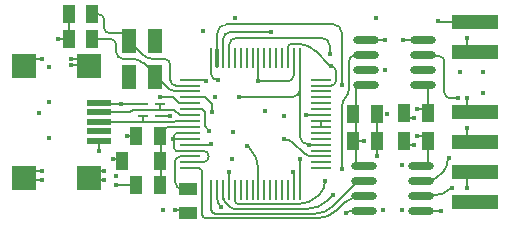
<source format=gtl>
%FSLAX25Y25*%
%MOIN*%
G70*
G01*
G75*
G04 Layer_Physical_Order=1*
G04 Layer_Color=255*
%ADD10C,0.00787*%
%ADD11R,0.03937X0.05906*%
%ADD12R,0.03543X0.00984*%
%ADD13O,0.06890X0.00787*%
%ADD14O,0.00787X0.06890*%
%ADD15O,0.01181X0.06890*%
%ADD16R,0.07874X0.01969*%
%ADD17R,0.07874X0.07874*%
%ADD18R,0.15748X0.04724*%
%ADD19O,0.08661X0.02362*%
%ADD20R,0.05906X0.03937*%
%ADD21R,0.04921X0.07874*%
%ADD22C,0.01575*%
D10*
X111402Y57633D02*
G03*
X107735Y59842I-6284J-6284D01*
G01*
X116099Y52937D02*
G03*
X116099Y52936I437J437D01*
G01*
X118130Y51161D02*
G03*
X116535Y52756I-1595J0D01*
G01*
X116555Y46260D02*
G03*
X118130Y47835I0J1575D01*
G01*
X116099Y52936D02*
G03*
X116535Y52756I436J438D01*
G01*
X107735Y59842D02*
G03*
X105118Y60236I-2617J-8493D01*
G01*
X103543D02*
G03*
X102165Y58858I0J-1378D01*
G01*
X131693Y23310D02*
G03*
X131890Y22835I672J0D01*
G01*
X107090Y24074D02*
G03*
X110561Y22638I3471J3477D01*
G01*
X123269Y4606D02*
G03*
X121653Y3937I0J-2285D01*
G01*
X104252Y26911D02*
G03*
X100787Y28346I-3464J-3464D01*
G01*
X92323Y18299D02*
G03*
X89394Y25370I-10000J0D01*
G01*
X64961Y30512D02*
G03*
X64173Y29724I0J-787D01*
G01*
X64764Y28543D02*
G03*
X64173Y28346I0J-984D01*
G01*
X75787Y22638D02*
G03*
X73819Y24606I-1969J0D01*
G01*
Y20669D02*
G03*
X75787Y22638I0J1969D01*
G01*
X64173Y25394D02*
G03*
X64961Y24606I787J0D01*
G01*
X124547Y56437D02*
G03*
X122441Y54331I0J-2106D01*
G01*
X121260Y42126D02*
G03*
X120276Y39750I2376J-2376D01*
G01*
X78543Y8757D02*
G03*
X79723Y5907I4033J0D01*
G01*
X121260Y42126D02*
G03*
X122441Y44977I-2851J2851D01*
G01*
X108456Y5118D02*
G03*
X115527Y8047I0J10000D01*
G01*
X80512Y9606D02*
G03*
X81598Y6985I3707J0D01*
G01*
X82488Y6095D02*
G03*
X84846Y5118I2358J2358D01*
G01*
X79723Y5907D02*
G03*
X79724Y5906I2853J2850D01*
G01*
X106299Y21654D02*
G03*
X106102Y21178I475J-475D01*
G01*
X107087Y24077D02*
G03*
X107090Y24074I3474J3474D01*
G01*
X53546Y56690D02*
G03*
X57345Y55118I3799J3805D01*
G01*
X62992Y53150D02*
G03*
X61024Y55118I-1969J0D01*
G01*
X62992Y48031D02*
G03*
X64764Y46260I1772J0D01*
G01*
X40945Y68110D02*
G03*
X38976Y70079I-1969J0D01*
G01*
X49213Y61024D02*
G03*
X46457Y63779I-2756J0D01*
G01*
X40945Y65354D02*
G03*
X42520Y63779I1575J0D01*
G01*
X53543Y56693D02*
G03*
X53546Y56690I3802J3802D01*
G01*
X54051Y53657D02*
G03*
X52292Y54794I-3526J-3526D01*
G01*
X62604Y45104D02*
G03*
X64567Y44291I1963J1963D01*
G01*
X44882Y59842D02*
G03*
X42913Y61811I-1969J0D01*
G01*
X52292Y54794D02*
G03*
X50525Y55118I-1768J-4663D01*
G01*
X44882Y57480D02*
G03*
X47244Y55118I2362J0D01*
G01*
X39622Y34449D02*
G03*
X39327Y34154I0J-295D01*
G01*
X150420Y9606D02*
G03*
X156693Y12205I0J8872D01*
G01*
X66339Y22638D02*
G03*
X64370Y20669I0J-1969D01*
G01*
Y14567D02*
G03*
X67520Y11417I3150J0D01*
G01*
X148071Y14606D02*
G03*
X153926Y17455I0J7441D01*
G01*
D02*
G03*
X155512Y22047I-5855J4592D01*
G01*
X154331Y43996D02*
G03*
X156299Y42028I1969J0D01*
G01*
X154331Y54331D02*
G03*
X152618Y56043I-1713J0D01*
G01*
X105307Y6693D02*
G03*
X112378Y9622I0J10000D01*
G01*
X84449Y8071D02*
G03*
X85827Y6693I1378J0D01*
G01*
X112590Y9834D02*
G03*
X114567Y14606I-4772J4772D01*
G01*
X73622Y3150D02*
G03*
X74803Y1969I1181J0D01*
G01*
X73622Y17323D02*
G03*
X72244Y18701I-1378J0D01*
G01*
X111606Y1969D02*
G03*
X118677Y4897I0J10000D01*
G01*
X121260Y7401D02*
G03*
X120472Y6693I6246J-7741D01*
G01*
X127506Y9606D02*
G03*
X121260Y7401I0J-9947D01*
G01*
X111180Y3543D02*
G03*
X116962Y5938I0J8177D01*
G01*
X76575Y4921D02*
G03*
X77953Y3543I1378J0D01*
G01*
X118294Y7270D02*
G03*
X118299Y7275I-3361J3359D01*
G01*
X127617Y14606D02*
G03*
X124225Y13201I0J-4797D01*
G01*
X52616Y12539D02*
G03*
X52163Y12992I-453J0D01*
G01*
X82677Y17323D02*
G03*
X82480Y17126I0J-197D01*
G01*
X92323Y47835D02*
G03*
X92520Y47638I197J0D01*
G01*
X101969D02*
G03*
X104134Y49803I0J2165D01*
G01*
X104331Y17323D02*
G03*
X104134Y17126I0J-197D01*
G01*
X108268Y36614D02*
G03*
X108465Y36417I197J0D01*
G01*
X81693Y66730D02*
G03*
X78543Y63580I0J-3150D01*
G01*
X120098Y63913D02*
G03*
X117282Y66730I-2817J0D01*
G01*
X85039Y62205D02*
G03*
X82480Y59646I0J-2559D01*
G01*
X116142Y59449D02*
G03*
X113386Y62205I-2756J0D01*
G01*
X83071Y64173D02*
G03*
X80512Y61614I0J-2559D01*
G01*
X76575Y50197D02*
G03*
X78740Y48031I2165J0D01*
G01*
X106102Y29528D02*
G03*
X109055Y26575I2953J0D01*
G01*
X103937Y42520D02*
G03*
X106102Y44685I0J2165D01*
G01*
X60236Y29528D02*
G03*
X59842Y29134I0J-394D01*
G01*
X62402Y32480D02*
G03*
X59449Y29528I0J-2953D01*
G01*
X128347Y61417D02*
X134646D01*
X111402Y57633D02*
X116099Y52937D01*
X116099Y52936D01*
X118130Y47835D02*
Y51161D01*
X113287Y46260D02*
X116555D01*
X103543Y60236D02*
X105118D01*
X102165Y55413D02*
Y58858D01*
X131693Y23310D02*
Y27953D01*
X104252Y26911D02*
X107087Y24077D01*
X123269Y4606D02*
X127617D01*
X110561Y22638D02*
X113287D01*
X88583Y26181D02*
X89394Y25370D01*
X92323Y11516D02*
Y18299D01*
X64961Y30512D02*
X69390D01*
X64764Y28543D02*
X69390D01*
X64173Y28346D02*
Y29724D01*
Y25394D02*
Y28346D01*
X63976D02*
X64173D01*
X69390Y24606D02*
X73819D01*
X69390Y20669D02*
X73819D01*
X64961Y24606D02*
X69390D01*
X43851Y21654D02*
X47395D01*
X124547Y56437D02*
X128347D01*
X122441Y44977D02*
Y54331D01*
X120276Y18504D02*
Y39750D01*
X78543Y8757D02*
Y11516D01*
X115527Y8047D02*
X117323Y9843D01*
X80512Y9606D02*
Y11516D01*
X84846Y5118D02*
X108456D01*
X81598Y6985D02*
X82488Y6095D01*
X106102Y11516D02*
Y21178D01*
X57345Y55118D02*
X61024D01*
X49213Y61024D02*
X53543Y56693D01*
X64764Y46260D02*
X69390D01*
X62992Y48031D02*
Y53150D01*
X40945Y65354D02*
Y68110D01*
X37008Y70079D02*
X38976D01*
X42520Y63779D02*
X46457D01*
X54051Y53657D02*
X62604Y45104D01*
X64567Y44291D02*
X69390D01*
X44882Y57480D02*
Y59842D01*
X37008Y61811D02*
X42913D01*
X47244Y55118D02*
X50525D01*
X64173Y28346D02*
X64173Y28346D01*
X64961Y30512D02*
Y30512D01*
X39622Y34449D02*
X40945D01*
X57480Y34055D02*
X64302D01*
X41339D02*
X57480D01*
X53937Y34449D02*
Y36220D01*
X40945Y34449D02*
X41339Y34055D01*
X64302D02*
X64695Y34449D01*
X69390D01*
X113287Y32480D02*
Y34449D01*
X64567Y4724D02*
X68110D01*
X48472Y29528D02*
X52015D01*
X146514Y9606D02*
X150420D01*
X140551Y61417D02*
X144095D01*
X149803Y4528D02*
X153347D01*
X145079Y29528D02*
X148622D01*
X39327Y24311D02*
Y27854D01*
X37402Y14764D02*
X40945D01*
X37402Y17717D02*
X40945D01*
X16732Y14764D02*
X20276D01*
X16732Y17717D02*
X20276D01*
X16732Y55118D02*
X20276D01*
X29921D02*
X33465D01*
X29921Y53150D02*
X33465D01*
X25591Y61811D02*
X29134D01*
X69390Y42323D02*
X74606D01*
X46457Y40157D02*
X53937D01*
X39622D02*
X46457D01*
X39327Y40453D02*
X39622Y40157D01*
X36319Y40453D02*
X39327D01*
X64251Y38189D02*
X66023Y36417D01*
X59449Y38189D02*
X64251D01*
X66023Y36417D02*
X69390D01*
X53937Y38189D02*
X59449D01*
X59449Y38189D02*
X59449Y38189D01*
X59449Y38189D02*
Y40157D01*
X50394Y38189D02*
X53937D01*
X49508Y37303D02*
X50394Y38189D01*
X39327Y37303D02*
X49508D01*
X104134Y49803D02*
Y55413D01*
X106102Y44685D02*
Y55413D01*
X66339Y22638D02*
X69390D01*
X67520Y11417D02*
X68504D01*
X64370Y14567D02*
Y20669D01*
X124803Y19606D02*
X127617D01*
X124803Y46437D02*
X128347D01*
X146514Y14606D02*
X148071D01*
X155512Y22047D02*
X155709D01*
X152026Y67402D02*
X164370D01*
X156299Y42028D02*
X158760D01*
X148031Y56043D02*
X152618D01*
X154331Y43996D02*
Y54331D01*
X146063Y56043D02*
X148031D01*
X161909Y12087D02*
Y17106D01*
X160776Y67067D02*
X161909D01*
Y67106D01*
X85827Y6693D02*
X105307D01*
X84449Y8071D02*
Y11516D01*
X112378Y9622D02*
X112590Y9834D01*
X73622Y3150D02*
Y17323D01*
X74803Y1969D02*
X111606D01*
X69390Y18701D02*
X72244D01*
X118677Y4897D02*
X120472Y6693D01*
X127506Y9606D02*
X127617D01*
X77953Y3543D02*
X111180D01*
X76575Y4921D02*
Y11516D01*
X116962Y5938D02*
X118294Y7270D01*
X117628Y6604D02*
X118299Y7275D01*
X124225Y13201D01*
X131693Y27953D02*
Y36811D01*
X123819D02*
X124803D01*
X128347Y61417D02*
Y61437D01*
X123819Y27953D02*
X124803D01*
X127559D01*
X44882Y12992D02*
X51575D01*
X82480Y11516D02*
Y17126D01*
X104134Y11516D02*
Y17126D01*
X92520Y47638D02*
X101969D01*
X92323Y47835D02*
Y55413D01*
X124803Y19606D02*
Y27953D01*
Y36811D01*
X108465Y36417D02*
X113287D01*
X124803Y36811D02*
Y46437D01*
X140748Y26575D02*
X144291D01*
X140748Y35433D02*
X144291D01*
X161909Y27106D02*
Y32126D01*
Y37106D02*
Y42126D01*
Y57106D02*
Y62126D01*
X148819Y37008D02*
Y38386D01*
X145276D02*
X148819D01*
Y19606D02*
Y27953D01*
Y38386D02*
Y46437D01*
X78543Y55413D02*
Y63580D01*
X81693Y66730D02*
X117282D01*
X120098Y46437D02*
Y63913D01*
X82480Y55413D02*
Y59646D01*
X85039Y62205D02*
X113386D01*
X116142Y56693D02*
Y59449D01*
X80512Y55413D02*
Y61614D01*
X83071Y64173D02*
X96457D01*
X69390Y26575D02*
X76378D01*
X76575Y50197D02*
Y55413D01*
X109055Y26575D02*
X113287D01*
X85827Y42520D02*
X103937D01*
X106102Y29528D02*
Y44685D01*
X65945Y40354D02*
X69390D01*
X63779Y42520D02*
X65945Y40354D01*
X59449Y42520D02*
X63779D01*
X59449Y36220D02*
X62992D01*
X69390Y48228D02*
X74213D01*
X74803Y47638D01*
X76772Y37402D02*
Y40157D01*
X74606Y42323D02*
X76772Y40157D01*
X74415Y32672D02*
X75984Y31102D01*
X73379Y38386D02*
X74415Y37350D01*
Y32672D02*
Y37350D01*
X69390Y38386D02*
X73379D01*
X29134Y61811D02*
Y70079D01*
X62402Y32480D02*
X63189D01*
X69390D01*
X59842Y12598D02*
Y29134D01*
D11*
X140945Y37008D02*
D03*
X148819D02*
D03*
X123819Y36811D02*
D03*
X131693D02*
D03*
X59449Y12992D02*
D03*
X51575D02*
D03*
X131693Y27953D02*
D03*
X123819D02*
D03*
X29134Y70079D02*
D03*
X37008D02*
D03*
X51575Y29528D02*
D03*
X59449D02*
D03*
X29134Y61811D02*
D03*
X37008D02*
D03*
X140945Y27953D02*
D03*
X148819D02*
D03*
X46850Y21260D02*
D03*
X59449D02*
D03*
D12*
X59449Y40157D02*
D03*
Y36220D02*
D03*
X53937D02*
D03*
Y38189D02*
D03*
Y40157D02*
D03*
D13*
X69390Y48228D02*
D03*
Y46260D02*
D03*
Y44291D02*
D03*
Y42323D02*
D03*
Y40354D02*
D03*
Y38386D02*
D03*
Y36417D02*
D03*
Y34449D02*
D03*
Y32480D02*
D03*
Y30512D02*
D03*
Y28543D02*
D03*
Y26575D02*
D03*
Y24606D02*
D03*
Y22638D02*
D03*
Y20669D02*
D03*
Y18701D02*
D03*
X113287D02*
D03*
Y20669D02*
D03*
Y22638D02*
D03*
Y24606D02*
D03*
Y26575D02*
D03*
Y28543D02*
D03*
Y30512D02*
D03*
Y32480D02*
D03*
Y34449D02*
D03*
Y36417D02*
D03*
Y38386D02*
D03*
Y40354D02*
D03*
Y42323D02*
D03*
Y44291D02*
D03*
Y46260D02*
D03*
Y48228D02*
D03*
D14*
X76575Y11516D02*
D03*
X78543D02*
D03*
X80512D02*
D03*
X82480D02*
D03*
X84449D02*
D03*
X86417D02*
D03*
X88386D02*
D03*
X90354D02*
D03*
X92323D02*
D03*
X94291D02*
D03*
X96260D02*
D03*
X98228D02*
D03*
X100197D02*
D03*
X102165D02*
D03*
X104134D02*
D03*
X106102D02*
D03*
Y55413D02*
D03*
X104134D02*
D03*
X102165D02*
D03*
X100197D02*
D03*
X98228D02*
D03*
X96260D02*
D03*
X94291D02*
D03*
X92323D02*
D03*
X90354D02*
D03*
X88386D02*
D03*
X86417D02*
D03*
X84449D02*
D03*
X82480D02*
D03*
X80512D02*
D03*
X76575D02*
D03*
D15*
X78543D02*
D03*
D16*
X39327Y40453D02*
D03*
Y37303D02*
D03*
Y34154D02*
D03*
Y31004D02*
D03*
Y27854D02*
D03*
D17*
X14173Y15354D02*
D03*
Y52756D02*
D03*
X35827D02*
D03*
Y15354D02*
D03*
D18*
X164370Y7402D02*
D03*
Y17402D02*
D03*
Y27402D02*
D03*
Y37402D02*
D03*
Y57402D02*
D03*
Y67402D02*
D03*
D19*
X146514Y4606D02*
D03*
Y9606D02*
D03*
Y14606D02*
D03*
Y19606D02*
D03*
X127617Y4606D02*
D03*
Y9606D02*
D03*
Y14606D02*
D03*
Y19606D02*
D03*
X128347Y61437D02*
D03*
Y56437D02*
D03*
Y51437D02*
D03*
Y46437D02*
D03*
X147244Y61437D02*
D03*
Y56437D02*
D03*
Y51437D02*
D03*
Y46437D02*
D03*
D20*
X68898Y11811D02*
D03*
Y3937D02*
D03*
D21*
X49213Y61024D02*
D03*
Y49213D02*
D03*
X57874D02*
D03*
Y61024D02*
D03*
D22*
X63976Y28346D02*
D03*
X76378Y26709D02*
D03*
X44882Y12992D02*
D03*
Y16142D02*
D03*
X64567Y4724D02*
D03*
X43851Y21654D02*
D03*
X48472Y29528D02*
D03*
X19291Y37008D02*
D03*
X22441Y52362D02*
D03*
X140551Y61417D02*
D03*
X140157Y4724D02*
D03*
X167323Y43701D02*
D03*
X159449Y50787D02*
D03*
X167323D02*
D03*
X140157Y19685D02*
D03*
X153347Y4528D02*
D03*
X144291Y26575D02*
D03*
Y35433D02*
D03*
X145079Y29528D02*
D03*
X145276Y38386D02*
D03*
X60630Y4921D02*
D03*
X22638Y40748D02*
D03*
Y28937D02*
D03*
X39327Y24311D02*
D03*
X40945Y14764D02*
D03*
Y17717D02*
D03*
X20276Y14764D02*
D03*
Y17717D02*
D03*
Y55118D02*
D03*
X29921D02*
D03*
Y53150D02*
D03*
X25591Y61811D02*
D03*
X73819Y64567D02*
D03*
X74803Y47638D02*
D03*
X77953Y42520D02*
D03*
X94488Y37795D02*
D03*
X100787Y36220D02*
D03*
Y28346D02*
D03*
X83465Y21654D02*
D03*
X88583Y26181D02*
D03*
X83858Y30709D02*
D03*
X127559Y27953D02*
D03*
X135236Y36811D02*
D03*
X131496Y68898D02*
D03*
X84646D02*
D03*
X120098Y46437D02*
D03*
X116142Y56693D02*
D03*
X46457Y40157D02*
D03*
X109055Y26575D02*
D03*
X108268Y36614D02*
D03*
X92323Y47835D02*
D03*
X85827Y42520D02*
D03*
X106299Y21654D02*
D03*
X103937Y17323D02*
D03*
X82677D02*
D03*
X120276Y18504D02*
D03*
X114567Y14606D02*
D03*
X117323Y9843D02*
D03*
X79724Y5906D02*
D03*
X155709Y22047D02*
D03*
X152026Y67716D02*
D03*
X156693Y12205D02*
D03*
X158760Y42028D02*
D03*
X161909Y12087D02*
D03*
Y32126D02*
D03*
Y62126D02*
D03*
Y42126D02*
D03*
X133858Y4724D02*
D03*
X121653Y3937D02*
D03*
X131890Y22835D02*
D03*
X134646Y61417D02*
D03*
X134646Y51575D02*
D03*
X116535Y52756D02*
D03*
X96457Y64173D02*
D03*
X78740Y48031D02*
D03*
X59449Y42520D02*
D03*
X62992Y36220D02*
D03*
X75984Y31102D02*
D03*
X76772Y37402D02*
D03*
M02*

</source>
